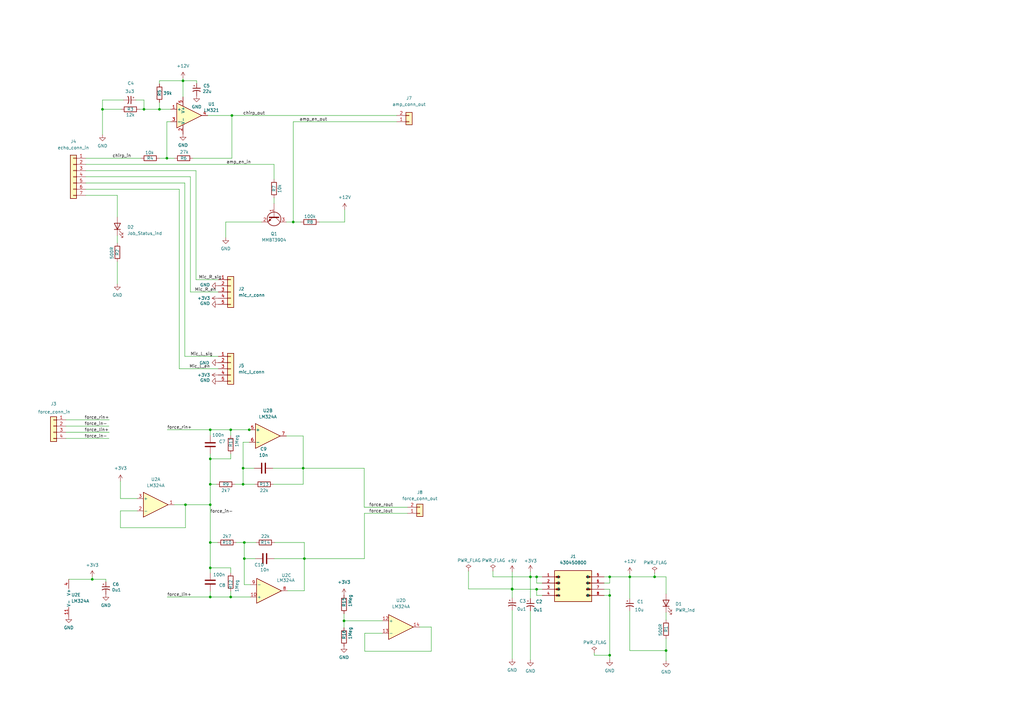
<source format=kicad_sch>
(kicad_sch (version 20211123) (generator eeschema)
  (paper "A3")
  (lib_symbols
    (symbol "430450800:430450800" (pin_names (offset 1.016))
      (property "Reference" "J" (at -7.62 8.89 0))
      (property "Value" "430450800" (at -7.62 -7.62 0))
      (symbol "430450800_0_0"
        (rectangle (start -7.62 -5.08) (end 7.62 7.62) (stroke (width 0.254)) (fill (type background)))
        (rectangle (start -6.985 -2.8575) (end -5.3975 -2.2225) (stroke (width 0.1)) (fill (type outline)))
        (rectangle (start -6.985 -0.3175) (end -5.3975 0.3175) (stroke (width 0.1)) (fill (type outline)))
        (rectangle (start -6.985 2.2225) (end -5.3975 2.8575) (stroke (width 0.1)) (fill (type outline)))
        (rectangle (start -6.985 4.7625) (end -5.3975 5.3975) (stroke (width 0.1)) (fill (type outline)))
        (polyline (pts (xy -7.62 -2.54) (xy -5.715 -2.54)) (stroke (width 0.254)))
        (polyline (pts (xy -7.62 0) (xy -5.715 0)) (stroke (width 0.254)))
        (polyline (pts (xy -7.62 2.54) (xy -5.715 2.54)) (stroke (width 0.254)))
        (polyline (pts (xy -7.62 5.08) (xy -5.715 5.08)) (stroke (width 0.254)))
        (polyline (pts (xy 7.62 -2.54) (xy 5.715 -2.54)) (stroke (width 0.254)))
        (polyline (pts (xy 7.62 0) (xy 5.715 0)) (stroke (width 0.254)))
        (polyline (pts (xy 7.62 2.54) (xy 5.715 2.54)) (stroke (width 0.254)))
        (polyline (pts (xy 7.62 5.08) (xy 5.715 5.08)) (stroke (width 0.254)))
        (rectangle (start 5.3975 -2.8575) (end 6.985 -2.2225) (stroke (width 0.1)) (fill (type outline)))
        (rectangle (start 5.3975 -0.3175) (end 6.985 0.3175) (stroke (width 0.1)) (fill (type outline)))
        (rectangle (start 5.3975 2.2225) (end 6.985 2.8575) (stroke (width 0.1)) (fill (type outline)))
        (rectangle (start 5.3975 4.7625) (end 6.985 5.3975) (stroke (width 0.1)) (fill (type outline)))
        (pin passive line (at -12.7 5.08 0) (length 5.08) (name "1") (number "1"))
        (pin passive line (at -12.7 2.54 0) (length 5.08) (name "2") (number "2"))
        (pin passive line (at -12.7 0 0) (length 5.08) (name "3") (number "3"))
        (pin passive line (at -12.7 -2.54 0) (length 5.08) (name "4") (number "4"))
        (pin passive line (at 12.7 5.08 180) (length 5.08) (name "5") (number "5"))
        (pin passive line (at 12.7 2.54 180) (length 5.08) (name "6") (number "6"))
        (pin passive line (at 12.7 0 180) (length 5.08) (name "7") (number "7"))
        (pin passive line (at 12.7 -2.54 180) (length 5.08) (name "8") (number "8"))
      )
    )
    (symbol "Amplifier_Operational:LM321" (pin_names (offset 0.127))
      (property "Reference" "U" (at 0 7.62 0))
      (property "Value" "LM321" (at 0 5.08 0))
      (symbol "LM321_0_1"
        (polyline (pts (xy -5.08 5.08) (xy 5.08 0) (xy -5.08 -5.08) (xy -5.08 5.08)) (stroke (width 0.254)) (fill (type background)))
      )
      (symbol "LM321_1_1"
        (pin input line (at -7.62 2.54 0) (length 2.54) (name "+") (number "1"))
        (pin power_in line (at -2.54 -7.62 90) (length 3.81) (name "V-") (number "2"))
        (pin input line (at -7.62 -2.54 0) (length 2.54) (name "-") (number "3"))
        (pin output line (at 7.62 0 180) (length 2.54) (name "~") (number "4"))
        (pin power_in line (at -2.54 7.62 270) (length 3.81) (name "V+") (number "5"))
      )
    )
    (symbol "Amplifier_Operational:LM324A" (pin_names (offset 0.127))
      (property "Reference" "U" (at 0 5.08 0))
      (property "Value" "LM324A" (at 0 -5.08 0))
      (symbol "LM324A_1_1"
        (polyline (pts (xy -5.08 5.08) (xy 5.08 0) (xy -5.08 -5.08) (xy -5.08 5.08)) (stroke (width 0.254)) (fill (type background)))
        (pin output line (at 7.62 0 180) (length 2.54) (name "~") (number "1"))
        (pin input line (at -7.62 -2.54 0) (length 2.54) (name "-") (number "2"))
        (pin input line (at -7.62 2.54 0) (length 2.54) (name "+") (number "3"))
      )
      (symbol "LM324A_2_1"
        (polyline (pts (xy -5.08 5.08) (xy 5.08 0) (xy -5.08 -5.08) (xy -5.08 5.08)) (stroke (width 0.254)) (fill (type background)))
        (pin input line (at -7.62 2.54 0) (length 2.54) (name "+") (number "5"))
        (pin input line (at -7.62 -2.54 0) (length 2.54) (name "-") (number "6"))
        (pin output line (at 7.62 0 180) (length 2.54) (name "~") (number "7"))
      )
      (symbol "LM324A_3_1"
        (polyline (pts (xy -5.08 5.08) (xy 5.08 0) (xy -5.08 -5.08) (xy -5.08 5.08)) (stroke (width 0.254)) (fill (type background)))
        (pin input line (at -7.62 2.54 0) (length 2.54) (name "+") (number "10"))
        (pin output line (at 7.62 0 180) (length 2.54) (name "~") (number "8"))
        (pin input line (at -7.62 -2.54 0) (length 2.54) (name "-") (number "9"))
      )
      (symbol "LM324A_4_1"
        (polyline (pts (xy -5.08 5.08) (xy 5.08 0) (xy -5.08 -5.08) (xy -5.08 5.08)) (stroke (width 0.254)) (fill (type background)))
        (pin input line (at -7.62 2.54 0) (length 2.54) (name "+") (number "12"))
        (pin input line (at -7.62 -2.54 0) (length 2.54) (name "-") (number "13"))
        (pin output line (at 7.62 0 180) (length 2.54) (name "~") (number "14"))
      )
      (symbol "LM324A_5_1"
        (pin power_in line (at -2.54 -7.62 90) (length 3.81) (name "V-") (number "11"))
        (pin power_in line (at -2.54 7.62 270) (length 3.81) (name "V+") (number "4"))
      )
    )
    (symbol "Connector_Generic:Conn_01x02" (pin_names (offset 1.016) hide)
      (property "Reference" "J" (at 0 2.54 0))
      (property "Value" "Conn_01x02" (at 0 -5.08 0))
      (symbol "Conn_01x02_1_1"
        (rectangle (start -1.27 -2.413) (end 0 -2.667) (stroke (width 0.1524)))
        (rectangle (start -1.27 0.127) (end 0 -0.127) (stroke (width 0.1524)))
        (rectangle (start -1.27 1.27) (end 1.27 -3.81) (stroke (width 0.254)) (fill (type background)))
        (pin passive line (at -5.08 0 0) (length 3.81) (name "Pin_1") (number "1"))
        (pin passive line (at -5.08 -2.54 0) (length 3.81) (name "Pin_2") (number "2"))
      )
    )
    (symbol "Connector_Generic:Conn_01x04" (pin_names (offset 1.016) hide)
      (property "Reference" "J" (at 0 5.08 0))
      (property "Value" "Conn_01x04" (at 0 -7.62 0))
      (symbol "Conn_01x04_1_1"
        (rectangle (start -1.27 -4.953) (end 0 -5.207) (stroke (width 0.1524)))
        (rectangle (start -1.27 -2.413) (end 0 -2.667) (stroke (width 0.1524)))
        (rectangle (start -1.27 0.127) (end 0 -0.127) (stroke (width 0.1524)))
        (rectangle (start -1.27 2.667) (end 0 2.413) (stroke (width 0.1524)))
        (rectangle (start -1.27 3.81) (end 1.27 -6.35) (stroke (width 0.254)) (fill (type background)))
        (pin passive line (at -5.08 2.54 0) (length 3.81) (name "Pin_1") (number "1"))
        (pin passive line (at -5.08 0 0) (length 3.81) (name "Pin_2") (number "2"))
        (pin passive line (at -5.08 -2.54 0) (length 3.81) (name "Pin_3") (number "3"))
        (pin passive line (at -5.08 -5.08 0) (length 3.81) (name "Pin_4") (number "4"))
      )
    )
    (symbol "Connector_Generic:Conn_01x05" (pin_names (offset 1.016) hide)
      (property "Reference" "J" (at 0 7.62 0))
      (property "Value" "Conn_01x05" (at 0 -7.62 0))
      (symbol "Conn_01x05_1_1"
        (rectangle (start -1.27 -4.953) (end 0 -5.207) (stroke (width 0.1524)))
        (rectangle (start -1.27 -2.413) (end 0 -2.667) (stroke (width 0.1524)))
        (rectangle (start -1.27 0.127) (end 0 -0.127) (stroke (width 0.1524)))
        (rectangle (start -1.27 2.667) (end 0 2.413) (stroke (width 0.1524)))
        (rectangle (start -1.27 5.207) (end 0 4.953) (stroke (width 0.1524)))
        (rectangle (start -1.27 6.35) (end 1.27 -6.35) (stroke (width 0.254)) (fill (type background)))
        (pin passive line (at -5.08 5.08 0) (length 3.81) (name "Pin_1") (number "1"))
        (pin passive line (at -5.08 2.54 0) (length 3.81) (name "Pin_2") (number "2"))
        (pin passive line (at -5.08 0 0) (length 3.81) (name "Pin_3") (number "3"))
        (pin passive line (at -5.08 -2.54 0) (length 3.81) (name "Pin_4") (number "4"))
        (pin passive line (at -5.08 -5.08 0) (length 3.81) (name "Pin_5") (number "5"))
      )
    )
    (symbol "Connector_Generic:Conn_01x07" (pin_names (offset 1.016) hide)
      (property "Reference" "J" (at 0 10.16 0))
      (property "Value" "Conn_01x07" (at 0 -10.16 0))
      (symbol "Conn_01x07_1_1"
        (rectangle (start -1.27 -7.493) (end 0 -7.747) (stroke (width 0.1524)))
        (rectangle (start -1.27 -4.953) (end 0 -5.207) (stroke (width 0.1524)))
        (rectangle (start -1.27 -2.413) (end 0 -2.667) (stroke (width 0.1524)))
        (rectangle (start -1.27 0.127) (end 0 -0.127) (stroke (width 0.1524)))
        (rectangle (start -1.27 2.667) (end 0 2.413) (stroke (width 0.1524)))
        (rectangle (start -1.27 5.207) (end 0 4.953) (stroke (width 0.1524)))
        (rectangle (start -1.27 7.747) (end 0 7.493) (stroke (width 0.1524)))
        (rectangle (start -1.27 8.89) (end 1.27 -8.89) (stroke (width 0.254)) (fill (type background)))
        (pin passive line (at -5.08 7.62 0) (length 3.81) (name "Pin_1") (number "1"))
        (pin passive line (at -5.08 5.08 0) (length 3.81) (name "Pin_2") (number "2"))
        (pin passive line (at -5.08 2.54 0) (length 3.81) (name "Pin_3") (number "3"))
        (pin passive line (at -5.08 0 0) (length 3.81) (name "Pin_4") (number "4"))
        (pin passive line (at -5.08 -2.54 0) (length 3.81) (name "Pin_5") (number "5"))
        (pin passive line (at -5.08 -5.08 0) (length 3.81) (name "Pin_6") (number "6"))
        (pin passive line (at -5.08 -7.62 0) (length 3.81) (name "Pin_7") (number "7"))
      )
    )
    (symbol "Device:C" (pin_numbers hide) (pin_names (offset 0.254))
      (property "Reference" "C" (at 0.635 2.54 0))
      (property "Value" "C" (at 0.635 -2.54 0))
      (symbol "C_0_1"
        (polyline (pts (xy -2.032 -0.762) (xy 2.032 -0.762)) (stroke (width 0.508)))
        (polyline (pts (xy -2.032 0.762) (xy 2.032 0.762)) (stroke (width 0.508)))
      )
      (symbol "C_1_1"
        (pin passive line (at 0 3.81 270) (length 2.794) (name "~") (number "1"))
        (pin passive line (at 0 -3.81 90) (length 2.794) (name "~") (number "2"))
      )
    )
    (symbol "Device:C_Polarized_Small_US" (pin_numbers hide) (pin_names (offset 0.254) hide)
      (property "Reference" "C" (at 0.254 1.778 0))
      (property "Value" "C_Polarized_Small_US" (at 0.254 -2.032 0))
      (symbol "C_Polarized_Small_US_0_1"
        (polyline (pts (xy -1.524 0.508) (xy 1.524 0.508)) (stroke (width 0.3048)))
        (polyline (pts (xy -1.27 1.524) (xy -0.762 1.524)))
        (polyline (pts (xy -1.016 1.27) (xy -1.016 1.778)))
        (arc (start 1.524 -0.762) (mid 0 -0.3734) (end -1.524 -0.762) (stroke (width 0.3048)))
      )
      (symbol "C_Polarized_Small_US_1_1"
        (pin passive line (at 0 2.54 270) (length 2.032) (name "~") (number "1"))
        (pin passive line (at 0 -2.54 90) (length 2.032) (name "~") (number "2"))
      )
    )
    (symbol "Device:LED" (pin_numbers hide) (pin_names (offset 1.016) hide)
      (property "Reference" "D" (at 0 2.54 0))
      (property "Value" "LED" (at 0 -2.54 0))
      (symbol "LED_0_1"
        (polyline (pts (xy -1.27 -1.27) (xy -1.27 1.27)) (stroke (width 0.254)))
        (polyline (pts (xy -1.27 0) (xy 1.27 0)))
        (polyline (pts (xy 1.27 -1.27) (xy 1.27 1.27) (xy -1.27 0) (xy 1.27 -1.27)) (stroke (width 0.254)))
        (polyline (pts (xy -3.048 -0.762) (xy -4.572 -2.286) (xy -3.81 -2.286) (xy -4.572 -2.286) (xy -4.572 -1.524)))
        (polyline (pts (xy -1.778 -0.762) (xy -3.302 -2.286) (xy -2.54 -2.286) (xy -3.302 -2.286) (xy -3.302 -1.524)))
      )
      (symbol "LED_1_1"
        (pin passive line (at -3.81 0 0) (length 2.54) (name "K") (number "1"))
        (pin passive line (at 3.81 0 180) (length 2.54) (name "A") (number "2"))
      )
    )
    (symbol "Device:R" (pin_numbers hide) (pin_names (offset 0))
      (property "Reference" "R" (at 2.032 0 90))
      (property "Value" "R" (at 0 0 90))
      (symbol "R_0_1"
        (rectangle (start -1.016 -2.54) (end 1.016 2.54) (stroke (width 0.254)))
      )
      (symbol "R_1_1"
        (pin passive line (at 0 3.81 270) (length 1.27) (name "~") (number "1"))
        (pin passive line (at 0 -3.81 90) (length 1.27) (name "~") (number "2"))
      )
    )
    (symbol "Transistor_BJT:MMBT3904" (pin_names (offset 0) hide)
      (property "Reference" "Q" (at 5.08 1.905 0))
      (property "Value" "MMBT3904" (at 5.08 0 0))
      (symbol "MMBT3904_0_1"
        (polyline (pts (xy 0.635 0.635) (xy 2.54 2.54)))
        (polyline (pts (xy 0.635 -0.635) (xy 2.54 -2.54) (xy 2.54 -2.54)))
        (polyline (pts (xy 0.635 1.905) (xy 0.635 -1.905) (xy 0.635 -1.905)) (stroke (width 0.508)))
        (polyline (pts (xy 1.27 -1.778) (xy 1.778 -1.27) (xy 2.286 -2.286) (xy 1.27 -1.778) (xy 1.27 -1.778)) (fill (type outline)))
        (circle (center 1.27 0) (radius 2.8194) (stroke (width 0.254)))
      )
      (symbol "MMBT3904_1_1"
        (pin input line (at -5.08 0 0) (length 5.715) (name "B") (number "1"))
        (pin passive line (at 2.54 -5.08 90) (length 2.54) (name "E") (number "2"))
        (pin passive line (at 2.54 5.08 270) (length 2.54) (name "C") (number "3"))
      )
    )
    (symbol "power:+12V" (power) (pin_names (offset 0))
      (property "Value" "+12V" (at 0 3.556 0))
      (symbol "+12V_0_1"
        (polyline (pts (xy -0.762 1.27) (xy 0 2.54)))
        (polyline (pts (xy 0 0) (xy 0 2.54)))
        (polyline (pts (xy 0 2.54) (xy 0.762 1.27)))
      )
      (symbol "+12V_1_1"
        (pin power_in line (at 0 0 90) (length 0) hide (name "+12V") (number "1"))
      )
    )
    (symbol "power:+3V3" (power) (pin_names (offset 0))
      (property "Value" "+3V3" (at 0 3.556 0))
      (symbol "+3V3_0_1"
        (polyline (pts (xy -0.762 1.27) (xy 0 2.54)))
        (polyline (pts (xy 0 0) (xy 0 2.54)))
        (polyline (pts (xy 0 2.54) (xy 0.762 1.27)))
      )
      (symbol "+3V3_1_1"
        (pin power_in line (at 0 0 90) (length 0) hide (name "+3V3") (number "1"))
      )
    )
    (symbol "power:+5V" (power) (pin_names (offset 0))
      (property "Value" "+5V" (at 0 3.556 0))
      (symbol "+5V_0_1"
        (polyline (pts (xy -0.762 1.27) (xy 0 2.54)))
        (polyline (pts (xy 0 0) (xy 0 2.54)))
        (polyline (pts (xy 0 2.54) (xy 0.762 1.27)))
      )
      (symbol "+5V_1_1"
        (pin power_in line (at 0 0 90) (length 0) hide (name "+5V") (number "1"))
      )
    )
    (symbol "power:GND" (power) (pin_names (offset 0))
      (property "Value" "GND" (at 0 -3.81 0))
      (symbol "GND_0_1"
        (polyline (pts (xy 0 0) (xy 0 -1.27) (xy 1.27 -1.27) (xy 0 -2.54) (xy -1.27 -1.27) (xy 0 -1.27)))
      )
      (symbol "GND_1_1"
        (pin power_in line (at 0 0 270) (length 0) hide (name "GND") (number "1"))
      )
    )
    (symbol "power:PWR_FLAG" (power) (pin_numbers hide) (pin_names (offset 0) hide)
      (property "Value" "PWR_FLAG" (at 0 3.81 0))
      (symbol "PWR_FLAG_0_0"
        (pin power_out line (at 0 0 90) (length 0) (name "pwr") (number "1"))
      )
      (symbol "PWR_FLAG_0_1"
        (polyline (pts (xy 0 0) (xy 0 1.27) (xy -1.016 1.905) (xy 0 2.54) (xy 1.016 1.905) (xy 0 1.27)))
      )
    )
  )
  (junction (at 220.091 236.601))
  (junction (at 250.063 268.732))
  (junction (at 76.073 207.01))
  (junction (at 86.233 188.214))
  (junction (at 86.233 232.918))
  (junction (at 42.037 44.831))
  (junction (at 65.405 44.831))
  (junction (at 100.203 229.108))
  (junction (at 86.233 207.01))
  (junction (at 59.055 44.831))
  (junction (at 220.091 241.681))
  (junction (at 210.058 241.554))
  (junction (at 124.841 229.108))
  (junction (at 120.269 91.059))
  (junction (at 102.235 176.276))
  (junction (at 273.177 266.827))
  (junction (at 100.203 222.504))
  (junction (at 86.233 198.628))
  (junction (at 210.058 241.681))
  (junction (at 94.615 176.276))
  (junction (at 99.695 192.024))
  (junction (at 124.333 192.024))
  (junction (at 75.057 33.147))
  (junction (at 250.063 236.601))
  (junction (at 86.233 222.504))
  (junction (at 37.846 237.617))
  (junction (at 95.123 47.371))
  (junction (at 68.453 64.897))
  (junction (at 141.097 254.635))
  (junction (at 94.615 244.856))
  (junction (at 86.233 176.276))
  (junction (at 250.063 244.221))
  (junction (at 258.318 236.601))
  (junction (at 217.551 236.601))
  (junction (at 86.233 244.856))
  (junction (at 268.478 236.601))
  (junction (at 99.695 198.628))
  (bus_entry (at 165.481 -18.669) (size 2.54 2.54))
  (wire (pts (xy 95.123 64.897) (xy 79.121 64.897)))
  (wire (pts (xy 124.333 178.816) (xy 124.333 192.024)))
  (wire (pts (xy 250.063 236.601) (xy 247.777 236.601)))
  (wire (pts (xy 86.233 222.504) (xy 89.281 222.504)))
  (wire (pts (xy 35.179 72.517) (xy 78.105 72.517)))
  (wire (pts (xy 222.377 241.681) (xy 220.091 241.681)))
  (wire (pts (xy 68.453 49.911) (xy 68.453 64.897)))
  (wire (pts (xy 217.551 236.601) (xy 217.551 245.491)))
  (wire (pts (xy 100.203 229.108) (xy 104.775 229.108)))
  (wire (pts (xy 210.058 250.317) (xy 210.058 270.256)))
  (wire (pts (xy 65.405 64.897) (xy 68.453 64.897)))
  (wire (pts (xy 37.846 236.601) (xy 37.846 237.617)))
  (wire (pts (xy 112.395 67.437) (xy 112.395 73.533)))
  (wire (pts (xy 86.233 207.01) (xy 86.233 198.628)))
  (wire (pts (xy 78.105 72.517) (xy 78.105 119.761)))
  (wire (pts (xy 130.937 91.059) (xy 141.351 91.059)))
  (wire (pts (xy 94.615 176.276) (xy 86.233 176.276)))
  (wire (pts (xy 35.179 75.057) (xy 75.819 75.057)))
  (wire (pts (xy 273.177 236.601) (xy 273.177 243.586)))
  (wire (pts (xy 210.058 241.554) (xy 210.058 241.681)))
  (wire (pts (xy 85.217 47.371) (xy 95.123 47.371)))
  (wire (pts (xy 94.615 244.856) (xy 102.743 244.856)))
  (wire (pts (xy 149.352 192.024) (xy 149.352 208.026)))
  (wire (pts (xy 250.063 239.141) (xy 250.063 236.601)))
  (wire (pts (xy 49.403 204.47) (xy 56.261 204.47)))
  (wire (pts (xy 247.777 244.221) (xy 250.063 244.221)))
  (wire (pts (xy 258.318 235.331) (xy 258.318 236.601)))
  (wire (pts (xy 258.318 236.601) (xy 258.318 245.491)))
  (wire (pts (xy 76.073 216.408) (xy 76.073 207.01)))
  (wire (pts (xy 57.277 44.831) (xy 59.055 44.831)))
  (wire (pts (xy 27.051 174.752) (xy 44.704 174.752)))
  (wire (pts (xy 220.091 236.601) (xy 220.091 239.141)))
  (wire (pts (xy 268.478 235.077) (xy 268.478 236.601)))
  (wire (pts (xy 124.841 222.504) (xy 112.649 222.504)))
  (wire (pts (xy 100.203 222.504) (xy 105.029 222.504)))
  (wire (pts (xy 258.318 250.571) (xy 258.318 266.827)))
  (wire (pts (xy 124.841 229.108) (xy 149.479 229.108)))
  (wire (pts (xy 86.233 188.214) (xy 94.615 188.214)))
  (wire (pts (xy 243.713 267.843) (xy 243.713 268.732)))
  (wire (pts (xy 176.911 257.175) (xy 172.085 257.175)))
  (wire (pts (xy 273.177 261.874) (xy 273.177 266.827)))
  (wire (pts (xy 120.269 49.911) (xy 120.269 91.059)))
  (wire (pts (xy 220.091 241.681) (xy 220.091 244.221)))
  (wire (pts (xy 59.055 44.831) (xy 65.405 44.831)))
  (wire (pts (xy 243.713 268.732) (xy 250.063 268.732)))
  (wire (pts (xy 94.615 244.856) (xy 94.615 242.57)))
  (wire (pts (xy 69.977 49.911) (xy 68.453 49.911)))
  (wire (pts (xy 35.179 64.897) (xy 57.785 64.897)))
  (wire (pts (xy 94.615 176.276) (xy 94.615 178.562)))
  (wire (pts (xy 149.606 267.081) (xy 176.911 267.081)))
  (wire (pts (xy 124.333 198.628) (xy 112.141 198.628)))
  (wire (pts (xy 49.657 44.831) (xy 42.037 44.831)))
  (wire (pts (xy 111.887 192.024) (xy 124.333 192.024)))
  (wire (pts (xy 96.393 198.628) (xy 99.695 198.628)))
  (wire (pts (xy 273.177 266.827) (xy 273.177 271.018)))
  (wire (pts (xy 250.063 241.681) (xy 247.777 241.681)))
  (wire (pts (xy 48.133 107.315) (xy 48.133 116.459)))
  (wire (pts (xy 78.105 119.761) (xy 89.535 119.761)))
  (wire (pts (xy 94.615 244.856) (xy 86.233 244.856)))
  (wire (pts (xy 75.057 33.147) (xy 80.645 33.147)))
  (wire (pts (xy 222.377 236.601) (xy 220.091 236.601)))
  (wire (pts (xy 149.479 210.566) (xy 167.132 210.566)))
  (wire (pts (xy 49.403 216.408) (xy 76.073 216.408)))
  (wire (pts (xy 99.695 181.356) (xy 99.695 192.024)))
  (wire (pts (xy 149.479 210.566) (xy 149.479 229.108)))
  (wire (pts (xy 268.478 236.601) (xy 258.318 236.601)))
  (wire (pts (xy 80.645 33.147) (xy 80.645 34.163)))
  (wire (pts (xy 48.133 80.137) (xy 48.133 89.027)))
  (wire (pts (xy 120.269 91.059) (xy 123.317 91.059)))
  (wire (pts (xy 258.318 266.827) (xy 273.177 266.827)))
  (wire (pts (xy 112.395 81.153) (xy 112.395 83.439)))
  (wire (pts (xy 250.063 244.221) (xy 250.063 241.681)))
  (wire (pts (xy 107.315 91.059) (xy 92.583 91.059)))
  (wire (pts (xy 42.037 44.831) (xy 42.037 55.245)))
  (wire (pts (xy 192.151 241.554) (xy 192.151 234.188)))
  (wire (pts (xy 55.753 41.021) (xy 59.055 41.021)))
  (wire (pts (xy 210.058 241.681) (xy 220.091 241.681)))
  (wire (pts (xy 80.391 69.977) (xy 80.391 114.681)))
  (wire (pts (xy 176.911 267.081) (xy 176.911 257.175)))
  (wire (pts (xy 149.352 192.024) (xy 124.333 192.024)))
  (wire (pts (xy 117.475 91.059) (xy 120.269 91.059)))
  (wire (pts (xy 48.133 80.137) (xy 35.179 80.137)))
  (wire (pts (xy 117.475 178.816) (xy 124.333 178.816)))
  (wire (pts (xy 99.695 192.024) (xy 104.267 192.024)))
  (wire (pts (xy 56.261 209.55) (xy 49.403 209.55)))
  (wire (pts (xy 149.606 259.715) (xy 149.606 267.081)))
  (wire (pts (xy 42.037 41.021) (xy 50.673 41.021)))
  (wire (pts (xy 100.203 229.108) (xy 100.203 222.504)))
  (wire (pts (xy 99.695 198.628) (xy 104.521 198.628)))
  (wire (pts (xy 86.233 207.01) (xy 86.233 222.504)))
  (wire (pts (xy 49.403 209.55) (xy 49.403 216.408)))
  (wire (pts (xy 94.615 232.918) (xy 94.615 234.95)))
  (wire (pts (xy 94.615 176.276) (xy 102.235 176.276)))
  (wire (pts (xy 273.177 236.601) (xy 268.478 236.601)))
  (wire (pts (xy 37.846 237.617) (xy 43.434 237.617)))
  (wire (pts (xy 28.194 237.617) (xy 37.846 237.617)))
  (wire (pts (xy 42.037 44.831) (xy 42.037 41.021)))
  (wire (pts (xy 102.235 176.276) (xy 102.362 176.276)))
  (wire (pts (xy 141.097 254.635) (xy 141.097 257.429)))
  (wire (pts (xy 65.405 33.147) (xy 75.057 33.147)))
  (wire (pts (xy 68.58 176.276) (xy 86.233 176.276)))
  (wire (pts (xy 217.551 236.601) (xy 220.091 236.601)))
  (wire (pts (xy 100.203 239.776) (xy 100.203 229.108)))
  (wire (pts (xy 124.333 192.024) (xy 124.333 198.628)))
  (wire (pts (xy 75.057 32.131) (xy 75.057 33.147)))
  (wire (pts (xy 112.395 229.108) (xy 124.841 229.108)))
  (wire (pts (xy 86.233 244.856) (xy 86.233 242.57)))
  (wire (pts (xy 27.051 179.832) (xy 44.704 179.832)))
  (wire (pts (xy 94.615 188.214) (xy 94.615 186.182)))
  (wire (pts (xy 156.845 254.635) (xy 141.097 254.635)))
  (wire (pts (xy 156.845 259.715) (xy 149.606 259.715)))
  (wire (pts (xy 141.351 91.059) (xy 141.351 85.979)))
  (wire (pts (xy 99.695 192.024) (xy 99.695 198.628)))
  (wire (pts (xy 86.233 222.504) (xy 86.233 232.918)))
  (wire (pts (xy 80.391 114.681) (xy 89.535 114.681)))
  (wire (pts (xy 167.132 208.026) (xy 149.352 208.026)))
  (wire (pts (xy 210.058 241.681) (xy 210.058 245.237)))
  (wire (pts (xy 75.057 33.147) (xy 75.057 39.751)))
  (wire (pts (xy 124.841 222.504) (xy 124.841 229.108)))
  (wire (pts (xy 35.179 69.977) (xy 80.391 69.977)))
  (wire (pts (xy 250.063 244.221) (xy 250.063 268.732)))
  (wire (pts (xy 49.403 197.358) (xy 49.403 204.47)))
  (wire (pts (xy 95.123 47.371) (xy 95.123 64.897)))
  (wire (pts (xy 68.58 244.856) (xy 86.233 244.856)))
  (wire (pts (xy 117.983 242.316) (xy 124.841 242.316)))
  (wire (pts (xy 210.058 234.569) (xy 210.058 241.554)))
  (wire (pts (xy 73.533 151.257) (xy 89.535 151.257)))
  (wire (pts (xy 86.233 176.276) (xy 86.233 178.562)))
  (wire (pts (xy 75.819 75.057) (xy 75.819 146.177)))
  (wire (pts (xy 124.841 229.108) (xy 124.841 242.316)))
  (wire (pts (xy 43.434 237.617) (xy 43.434 238.633)))
  (wire (pts (xy 202.184 236.601) (xy 202.184 234.188)))
  (wire (pts (xy 35.179 77.597) (xy 73.533 77.597)))
  (wire (pts (xy 96.901 222.504) (xy 100.203 222.504)))
  (wire (pts (xy 44.831 177.292) (xy 27.051 177.292)))
  (wire (pts (xy 48.133 96.647) (xy 48.133 99.695)))
  (wire (pts (xy 273.177 251.206) (xy 273.177 254.254)))
  (wire (pts (xy 75.819 146.177) (xy 89.535 146.177)))
  (wire (pts (xy 102.235 181.356) (xy 99.695 181.356)))
  (wire (pts (xy 35.179 67.437) (xy 112.395 67.437)))
  (wire (pts (xy 65.405 42.037) (xy 65.405 44.831)))
  (wire (pts (xy 95.123 47.371) (xy 162.687 47.371)))
  (wire (pts (xy 220.091 244.221) (xy 222.377 244.221)))
  (wire (pts (xy 92.583 91.059) (xy 92.583 97.409)))
  (wire (pts (xy 250.063 268.732) (xy 250.063 270.51)))
  (wire (pts (xy 44.831 172.212) (xy 27.051 172.212)))
  (wire (pts (xy 247.777 239.141) (xy 250.063 239.141)))
  (wire (pts (xy 59.055 41.021) (xy 59.055 44.831)))
  (wire (pts (xy 162.687 49.911) (xy 120.269 49.911)))
  (wire (pts (xy 65.405 44.831) (xy 69.977 44.831)))
  (wire (pts (xy 220.091 239.141) (xy 222.377 239.141)))
  (wire (pts (xy 217.551 236.601) (xy 202.184 236.601)))
  (wire (pts (xy 217.551 250.571) (xy 217.551 270.637)))
  (wire (pts (xy 141.097 251.714) (xy 141.097 254.635)))
  (wire (pts (xy 210.058 241.554) (xy 192.151 241.554)))
  (wire (pts (xy 86.233 198.628) (xy 88.773 198.628)))
  (wire (pts (xy 86.233 234.95) (xy 86.233 232.918)))
  (wire (pts (xy 68.453 64.897) (xy 71.501 64.897)))
  (wire (pts (xy 102.743 239.776) (xy 100.203 239.776)))
  (wire (pts (xy 76.073 207.01) (xy 71.501 207.01)))
  (wire (pts (xy 65.405 34.417) (xy 65.405 33.147)))
  (wire (pts (xy 258.318 236.601) (xy 250.063 236.601)))
  (wire (pts (xy 217.551 234.442) (xy 217.551 236.601)))
  (wire (pts (xy 86.233 232.918) (xy 94.615 232.918)))
  (wire (pts (xy 86.233 198.628) (xy 86.233 188.214)))
  (wire (pts (xy 86.233 186.182) (xy 86.233 188.214)))
  (wire (pts (xy 76.073 207.01) (xy 86.233 207.01)))
  (wire (pts (xy 73.533 77.597) (xy 73.533 151.257)))
  (label "Mic_L_sig" (at 78.105 146.177 0))
  (label "Mic_L_en" (at 77.597 151.257 0))
  (label "force_rin+" (at 68.58 176.276 0))
  (label "force_in-" (at 34.671 174.752 0))
  (label "Mic_R_en" (at 79.883 119.761 0))
  (label "force_lin+" (at 34.671 177.292 0))
  (label "force_rout" (at 151.384 208.026 0))
  (label "chirp_out" (at 99.695 47.371 0))
  (label "Mic_R_sig" (at 81.534 114.681 0))
  (label "force_lout" (at 151.384 210.566 0))
  (label "amp_en_out" (at 122.809 49.911 0))
  (label "force_in-" (at 86.233 210.693 0))
  (label "force_rin+" (at 34.671 172.212 0))
  (label "force_lin+" (at 68.58 244.856 0))
  (label "force_in-" (at 34.671 179.832 0))
  (label "amp_en_in" (at 92.837 67.437 0))
  (label "chirp_in" (at 46.101 64.897 0))
  (symbol (lib_id "Connector_Generic:Conn_01x07") (at 30.099 72.517 0) (mirror y) (unit 1)
    (property "Reference" "J4" (at 30.099 58.039 0))
    (property "Value" "echo_conn_in" (at 30.099 60.579 0))
    (property "Footprint" "Connector_JST:JST_XH_B7B-XH-A_1x07_P2.50mm_Vertical" (effects hide))
  )
  (symbol (lib_id "Device:R") (at 92.583 198.628 90) (unit 1)
    (property "Reference" "R9" (at 92.583 198.628 90))
    (property "Value" "2k7" (at 92.583 201.168 90))
    (property "Footprint" "Resistor_SMD:R_0603_1608Metric_Pad0.98x0.95mm_HandSolder" (effects hide))
  )
  (symbol (lib_id "power:+12V") (at 141.351 85.979 0) (unit 1)
    (property "Reference" "#PWR0102" (effects hide))
    (property "Value" "+12V" (at 141.351 80.899 0))
  )
  (symbol (lib_id "power:PWR_FLAG") (at 243.713 267.843 0) (unit 1)
    (property "Reference" "#FLG0103" (effects hide))
    (property "Value" "PWR_FLAG" (at 243.967 263.525 0))
  )
  (symbol (lib_id "power:PWR_FLAG") (at 268.478 235.077 0) (unit 1)
    (property "Reference" "#FLG0104" (effects hide))
    (property "Value" "PWR_FLAG" (at 268.732 230.759 0))
  )
  (symbol (lib_id "Device:R") (at 141.097 261.239 180) (unit 1)
    (property "Reference" "R16" (at 141.097 262.255 90) (effects (justify right)))
    (property "Value" "1Meg" (at 143.637 262.255 90) (effects (justify right)))
    (property "Footprint" "Resistor_SMD:R_0603_1608Metric_Pad0.98x0.95mm_HandSolder" (effects hide))
  )
  (symbol (lib_id "power:+3V3") (at 49.403 197.358 0) (unit 1)
    (property "Reference" "#PWR019" (effects hide))
    (property "Value" "+3V3" (at 49.403 192.024 0))
  )
  (symbol (lib_id "Device:C") (at 86.233 238.76 0) (mirror x) (unit 1)
    (property "Reference" "C8" (at 89.789 240.0301 0) (effects (justify left)))
    (property "Value" "100n" (at 87.376 235.712 0) (effects (justify left)))
    (property "Footprint" "Capacitor_SMD:C_0402_1005Metric_Pad0.74x0.62mm_HandSolder" (effects hide))
  )
  (symbol (lib_id "Device:C_Polarized_Small_US") (at 43.434 241.173 0) (unit 1)
    (property "Reference" "C6" (at 47.498 239.649 0))
    (property "Value" "0u1" (at 47.752 241.935 0))
    (property "Footprint" "Capacitor_Tantalum_SMD:CP_EIA-6032-28_Kemet-C_Pad2.25x2.35mm_HandSolder" (effects hide))
  )
  (symbol (lib_id "Device:LED") (at 273.177 247.396 90) (unit 1)
    (property "Reference" "D1" (at 276.987 247.7134 90) (effects (justify right)))
    (property "Value" "PWR_ind" (at 276.987 250.2534 90) (effects (justify right)))
    (property "Footprint" "LED_SMD:LED_0603_1608Metric_Pad1.05x0.95mm_HandSolder" (effects hide))
  )
  (symbol (lib_id "power:GND") (at 92.583 97.409 0) (unit 1)
    (property "Reference" "#PWR017" (effects hide))
    (property "Value" "GND" (at 92.583 101.981 0))
  )
  (symbol (lib_id "Device:R") (at 65.405 38.227 0) (unit 1)
    (property "Reference" "R5" (at 65.405 39.497 90) (effects (justify left)))
    (property "Value" "39k" (at 66.929 38.227 0) (effects (justify left)))
    (property "Footprint" "Resistor_SMD:R_0603_1608Metric_Pad0.98x0.95mm_HandSolder" (effects hide))
  )
  (symbol (lib_id "power:GND") (at 43.434 243.713 0) (unit 1)
    (property "Reference" "#PWR018" (effects hide))
    (property "Value" "GND" (at 43.434 248.285 0))
  )
  (symbol (lib_id "Device:R") (at 94.615 238.76 0) (mirror y) (unit 1)
    (property "Reference" "R12" (at 94.615 237.744 90) (effects (justify right)))
    (property "Value" "1Meg" (at 97.155 237.744 90) (effects (justify right)))
    (property "Footprint" "Resistor_SMD:R_0603_1608Metric_Pad0.98x0.95mm_HandSolder" (effects hide))
  )
  (symbol (lib_id "Transistor_BJT:MMBT3904") (at 112.395 88.519 270) (unit 1)
    (property "Reference" "Q1" (at 112.395 95.885 90))
    (property "Value" "MMBT3904" (at 112.395 98.425 90))
    (property "Footprint" "Package_TO_SOT_SMD:SOT-23" (effects hide))
    (property "Datasheet" "https://www.onsemi.com/pub/Collateral/2N3903-D.PDF" (effects hide))
  )
  (symbol (lib_id "power:GND") (at 42.037 55.245 0) (unit 1)
    (property "Reference" "#PWR08" (effects hide))
    (property "Value" "GND" (at 42.037 59.817 0))
  )
  (symbol (lib_id "Device:LED") (at 48.133 92.837 90) (unit 1)
    (property "Reference" "D2" (at 52.197 93.1544 90) (effects (justify right)))
    (property "Value" "Job_Status_ind" (at 52.197 95.6944 90) (effects (justify right)))
    (property "Footprint" "LED_SMD:LED_0603_1608Metric_Pad1.05x0.95mm_HandSolder" (effects hide))
  )
  (symbol (lib_id "Connector_Generic:Conn_01x02") (at 172.212 210.566 0) (mirror x) (unit 1)
    (property "Reference" "J8" (at 172.212 201.93 0))
    (property "Value" "force_conn_out" (at 172.212 204.47 0))
    (property "Footprint" "Connector_JST:JST_XH_B2B-XH-A_1x02_P2.50mm_Vertical" (effects hide))
  )
  (symbol (lib_id "power:GND") (at 28.194 252.857 0) (unit 1)
    (property "Reference" "#PWR06" (effects hide))
    (property "Value" "GND" (at 28.194 257.429 0))
  )
  (symbol (lib_id "power:+12V") (at 75.057 32.131 0) (unit 1)
    (property "Reference" "#PWR0101" (effects hide))
    (property "Value" "+12V" (at 75.057 27.051 0))
  )
  (symbol (lib_id "power:+5V") (at 210.058 234.569 0) (unit 1)
    (property "Reference" "#PWR0105" (effects hide))
    (property "Value" "+5V" (at 210.058 229.997 0))
  )
  (symbol (lib_id "Device:C_Polarized_Small_US") (at 80.645 36.703 0) (unit 1)
    (property "Reference" "C5" (at 84.709 35.179 0))
    (property "Value" "22u" (at 84.963 37.465 0))
    (property "Footprint" "Capacitor_Tantalum_SMD:CP_EIA-3216-18_Kemet-A_Pad1.58x1.35mm_HandSolder" (effects hide))
  )
  (symbol (lib_id "Device:C_Polarized_Small_US") (at 217.551 248.031 0) (unit 1)
    (property "Reference" "C2" (at 221.107 246.761 0))
    (property "Value" "0u1" (at 220.6752 250.063 0))
    (property "Footprint" "Capacitor_Tantalum_SMD:CP_EIA-3216-18_Kemet-A_Pad1.58x1.35mm_HandSolder" (effects hide))
  )
  (symbol (lib_id "Device:R") (at 108.839 222.504 270) (mirror x) (unit 1)
    (property "Reference" "R14" (at 108.839 222.504 90))
    (property "Value" "22k" (at 108.839 219.964 90))
    (property "Footprint" "Resistor_SMD:R_0603_1608Metric_Pad0.98x0.95mm_HandSolder" (effects hide))
  )
  (symbol (lib_id "power:+12V") (at 258.318 235.331 0) (unit 1)
    (property "Reference" "#PWR0108" (effects hide))
    (property "Value" "+12V" (at 258.318 230.251 0))
  )
  (symbol (lib_id "Device:R") (at 141.097 247.904 180) (unit 1)
    (property "Reference" "R15" (at 141.097 248.92 90) (effects (justify right)))
    (property "Value" "1Meg" (at 143.637 248.92 90) (effects (justify right)))
    (property "Footprint" "Resistor_SMD:R_0603_1608Metric_Pad0.98x0.95mm_HandSolder" (effects hide))
  )
  (symbol (lib_id "power:+3V3") (at 217.551 234.442 0) (unit 1)
    (property "Reference" "#PWR0106" (effects hide))
    (property "Value" "+3V3" (at 217.551 229.997 0))
  )
  (symbol (lib_id "Device:R") (at 273.177 258.064 180) (unit 1)
    (property "Reference" "R1" (at 273.177 258.064 90))
    (property "Value" "500R" (at 270.891 258.318 90))
    (property "Footprint" "Resistor_SMD:R_1206_3216Metric_Pad1.30x1.75mm_HandSolder" (effects hide))
  )
  (symbol (lib_id "Amplifier_Operational:LM324A") (at 164.465 257.175 0) (unit 4)
    (property "Reference" "U2" (at 164.465 246.253 0))
    (property "Value" "LM324A" (at 164.465 248.793 0))
    (property "Footprint" "Package_SO:SOIC-14_3.9x8.7mm_P1.27mm" (effects hide))
    (property "Datasheet" "http://www.ti.com/lit/ds/symlink/lm2902-n.pdf" (effects hide))
  )
  (symbol (lib_id "Device:R") (at 94.615 182.372 180) (unit 1)
    (property "Reference" "R11" (at 94.615 183.388 90) (effects (justify right)))
    (property "Value" "1Meg" (at 97.155 183.388 90) (effects (justify right)))
    (property "Footprint" "Resistor_SMD:R_0603_1608Metric_Pad0.98x0.95mm_HandSolder" (effects hide))
  )
  (symbol (lib_id "Amplifier_Operational:LM324A") (at 63.881 207.01 0) (unit 1)
    (property "Reference" "U2" (at 63.881 196.596 0))
    (property "Value" "LM324A" (at 63.881 199.136 0))
    (property "Footprint" "Package_SO:SOIC-14_3.9x8.7mm_P1.27mm" (effects hide))
    (property "Datasheet" "http://www.ti.com/lit/ds/symlink/lm2902-n.pdf" (effects hide))
  )
  (symbol (lib_id "Device:C") (at 86.233 182.372 0) (unit 1)
    (property "Reference" "C7" (at 89.789 181.1019 0) (effects (justify left)))
    (property "Value" "100n" (at 86.995 178.435 0) (effects (justify left)))
    (property "Footprint" "Capacitor_SMD:C_0402_1005Metric_Pad0.74x0.62mm_HandSolder" (effects hide))
  )
  (symbol (lib_id "Device:C_Polarized_Small_US") (at 210.058 247.777 0) (unit 1)
    (property "Reference" "C3" (at 214.376 246.507 0))
    (property "Value" "0u1" (at 213.9442 249.809 0))
    (property "Footprint" "Capacitor_Tantalum_SMD:CP_EIA-3216-18_Kemet-A_Pad1.58x1.35mm_HandSolder" (effects hide))
  )
  (symbol (lib_id "power:GND") (at 89.535 156.337 270) (mirror x) (unit 1)
    (property "Reference" "#PWR013" (effects hide))
    (property "Value" "GND" (at 82.042 155.956 90) (effects (justify left)))
  )
  (symbol (lib_id "power:GND") (at 80.645 39.243 0) (unit 1)
    (property "Reference" "#PWR012" (effects hide))
    (property "Value" "GND" (at 80.645 43.815 0))
  )
  (symbol (lib_id "Connector_Generic:Conn_01x04") (at 21.971 174.752 0) (mirror y) (unit 1)
    (property "Reference" "J3" (at 21.971 165.608 0))
    (property "Value" "force_conn_in" (at 22.225 168.91 0))
    (property "Footprint" "Connector_JST:JST_XH_B4B-XH-A_1x04_P2.50mm_Vertical" (effects hide))
  )
  (symbol (lib_id "power:GND") (at 89.535 148.717 270) (mirror x) (unit 1)
    (property "Reference" "#PWR02" (effects hide))
    (property "Value" "GND" (at 81.788 148.844 90) (effects (justify left)))
  )
  (symbol (lib_id "Connector_Generic:Conn_01x05") (at 94.615 119.761 0) (unit 1)
    (property "Reference" "J2" (at 97.79 118.4909 0) (effects (justify left)))
    (property "Value" "mic_r_conn" (at 97.79 121.0309 0) (effects (justify left)))
    (property "Footprint" "Connector_JST:JST_XH_B5B-XH-A_1x05_P2.50mm_Vertical" (effects hide))
  )
  (symbol (lib_id "Device:R") (at 93.091 222.504 90) (mirror x) (unit 1)
    (property "Reference" "R10" (at 93.091 222.504 90))
    (property "Value" "2k7" (at 93.091 219.964 90))
    (property "Footprint" "Resistor_SMD:R_0603_1608Metric_Pad0.98x0.95mm_HandSolder" (effects hide))
  )
  (symbol (lib_id "power:GND") (at 250.063 270.51 0) (mirror y) (unit 1)
    (property "Reference" "#PWR0107" (effects hide))
    (property "Value" "GND" (at 250.063 275.082 0))
  )
  (symbol (lib_id "Device:R") (at 127.127 91.059 270) (unit 1)
    (property "Reference" "R8" (at 127.127 91.059 90))
    (property "Value" "100k" (at 127.127 88.773 90))
    (property "Footprint" "Resistor_SMD:R_1206_3216Metric_Pad1.30x1.75mm_HandSolder" (effects hide))
  )
  (symbol (lib_id "power:PWR_FLAG") (at 202.184 234.188 0) (unit 1)
    (property "Reference" "#FLG0102" (effects hide))
    (property "Value" "PWR_FLAG" (at 202.438 229.87 0))
  )
  (symbol (lib_id "Device:R") (at 61.595 64.897 90) (unit 1)
    (property "Reference" "R4" (at 61.595 64.897 90))
    (property "Value" "10k" (at 61.341 62.611 90))
    (property "Footprint" "Resistor_SMD:R_1206_3216Metric_Pad1.30x1.75mm_HandSolder" (effects hide))
  )
  (symbol (lib_id "power:+3V3") (at 89.535 122.301 90) (unit 1)
    (property "Reference" "#PWR03" (effects hide))
    (property "Value" "+3V3" (at 83.566 122.301 90))
  )
  (symbol (lib_id "Device:R") (at 75.311 64.897 90) (unit 1)
    (property "Reference" "R6" (at 75.311 64.897 90))
    (property "Value" "27k" (at 75.565 62.357 90))
    (property "Footprint" "Resistor_SMD:R_1206_3216Metric_Pad1.30x1.75mm_HandSolder" (effects hide))
  )
  (symbol (lib_id "Device:C") (at 108.585 229.108 90) (mirror x) (unit 1)
    (property "Reference" "C10" (at 106.299 231.648 90))
    (property "Value" "10n" (at 108.585 233.68 90))
    (property "Footprint" "Capacitor_SMD:C_0402_1005Metric_Pad0.74x0.62mm_HandSolder" (effects hide))
  )
  (symbol (lib_id "power:GND") (at 210.058 270.256 0) (mirror y) (unit 1)
    (property "Reference" "#PWR0103" (effects hide))
    (property "Value" "GND" (at 210.058 274.828 0))
  )
  (symbol (lib_id "Device:C_Polarized_Small_US") (at 53.213 41.021 270) (unit 1)
    (property "Reference" "C4" (at 53.6448 34.163 90))
    (property "Value" "3u3" (at 53.213 37.465 90))
    (property "Footprint" "Capacitor_Tantalum_SMD:CP_EIA-3216-18_Kemet-A_Pad1.58x1.35mm_HandSolder" (effects hide))
  )
  (symbol (lib_id "Device:C") (at 108.077 192.024 90) (unit 1)
    (property "Reference" "C9" (at 108.077 184.15 90))
    (property "Value" "10n" (at 108.077 186.69 90))
    (property "Footprint" "Capacitor_SMD:C_0402_1005Metric_Pad0.74x0.62mm_HandSolder" (effects hide))
  )
  (symbol (lib_id "Amplifier_Operational:LM324A") (at 110.363 242.316 0) (mirror x) (unit 3)
    (property "Reference" "U2" (at 117.475 235.966 0))
    (property "Value" "LM324A" (at 117.221 237.998 0))
    (property "Footprint" "Package_SO:SOIC-14_3.9x8.7mm_P1.27mm" (effects hide))
    (property "Datasheet" "http://www.ti.com/lit/ds/symlink/lm2902-n.pdf" (effects hide))
  )
  (symbol (lib_id "Device:R") (at 53.467 44.831 90) (unit 1)
    (property "Reference" "R3" (at 53.467 44.831 90))
    (property "Value" "12k" (at 53.467 47.117 90))
    (property "Footprint" "Resistor_SMD:R_0603_1608Metric_Pad0.98x0.95mm_HandSolder" (effects hide))
  )
  (symbol (lib_id "430450800:430450800") (at 235.077 241.681 0) (unit 1)
    (property "Reference" "J1" (at 235.077 228.219 0))
    (property "Value" "430450800" (at 235.077 230.759 0))
    (property "Footprint" "430450800:MOLEX_430450800" (effects hide))
    (property "PARTREV" "G" (effects hide))
    (property "STANDARD" "Manufacturer Recommendations" (effects hide))
    (property "MAXIMUM_PACKAGE_HEIGHT" "8.77mm" (effects hide))
    (property "MANUFACTURER" "Molex" (effects hide))
  )
  (symbol (lib_id "power:+3V3") (at 89.535 153.797 90) (unit 1)
    (property "Reference" "#PWR05" (effects hide))
    (property "Value" "+3V3" (at 83.566 153.797 90))
  )
  (symbol (lib_id "power:GND") (at 89.535 117.221 270) (mirror x) (unit 1)
    (property "Reference" "#PWR01" (effects hide))
    (property "Value" "GND" (at 82.042 116.84 90) (effects (justify left)))
  )
  (symbol (lib_id "power:GND") (at 89.535 124.841 270) (mirror x) (unit 1)
    (property "Reference" "#PWR04" (effects hide))
    (property "Value" "GND" (at 82.042 124.46 90) (effects (justify left)))
  )
  (symbol (lib_id "power:GND") (at 48.133 116.459 0) (unit 1)
    (property "Reference" "#PWR09" (effects hide))
    (property "Value" "GND" (at 48.133 121.031 0))
  )
  (symbol (lib_id "Device:R") (at 108.331 198.628 270) (unit 1)
    (property "Reference" "R13" (at 108.331 198.628 90))
    (property "Value" "22k" (at 108.331 201.168 90))
    (property "Footprint" "Resistor_SMD:R_0603_1608Metric_Pad0.98x0.95mm_HandSolder" (effects hide))
  )
  (symbol (lib_id "power:+3V3") (at 141.097 244.094 0) (unit 1)
    (property "Reference" "#PWR0109" (effects hide))
    (property "Value" "+3V3" (at 141.097 238.76 0))
  )
  (symbol (lib_id "power:GND") (at 217.551 270.637 0) (mirror y) (unit 1)
    (property "Reference" "#PWR0104" (effects hide))
    (property "Value" "GND" (at 217.551 275.209 0))
  )
  (symbol (lib_id "power:GND") (at 141.097 265.049 0) (unit 1)
    (property "Reference" "#PWR0110" (effects hide))
    (property "Value" "GND" (at 141.097 269.621 0))
  )
  (symbol (lib_id "Connector_Generic:Conn_01x05") (at 94.615 151.257 0) (unit 1)
    (property "Reference" "J5" (at 97.79 149.9869 0) (effects (justify left)))
    (property "Value" "mic_l_conn" (at 97.79 152.5269 0) (effects (justify left)))
    (property "Footprint" "Connector_JST:JST_XH_B5B-XH-A_1x05_P2.50mm_Vertical" (effects hide))
  )
  (symbol (lib_id "power:GND") (at 75.057 54.991 0) (unit 1)
    (property "Reference" "#PWR011" (effects hide))
    (property "Value" "GND" (at 75.057 59.563 0))
  )
  (symbol (lib_id "Device:R") (at 112.395 77.343 180) (unit 1)
    (property "Reference" "R7" (at 112.395 77.343 90))
    (property "Value" "10k" (at 114.681 77.343 90))
    (property "Footprint" "Resistor_SMD:R_0603_1608Metric_Pad0.98x0.95mm_HandSolder" (effects hide))
  )
  (symbol (lib_id "Amplifier_Operational:LM321") (at 77.597 47.371 0) (unit 1)
    (property "Reference" "U1" (at 86.741 42.672 0))
    (property "Value" "LM321" (at 86.741 45.212 0))
    (property "Footprint" "Package_TO_SOT_SMD:SOT-23-5" (effects hide))
    (property "Datasheet" "http://www.ti.com/lit/ds/symlink/lm321.pdf" (effects hide))
  )
  (symbol (lib_id "Amplifier_Operational:LM324A") (at 30.734 245.237 0) (unit 5)
    (property "Reference" "U2" (at 29.21 243.9669 0) (effects (justify left)))
    (property "Value" "LM324A" (at 29.21 246.5069 0) (effects (justify left)))
    (property "Footprint" "Package_SO:SOIC-14_3.9x8.7mm_P1.27mm" (effects hide))
    (property "Datasheet" "http://www.ti.com/lit/ds/symlink/lm2902-n.pdf" (effects hide))
  )
  (symbol (lib_id "power:GND") (at 273.177 271.018 0) (unit 1)
    (property "Reference" "#PWR07" (effects hide))
    (property "Value" "GND" (at 273.177 275.59 0))
  )
  (symbol (lib_id "Connector_Generic:Conn_01x02") (at 167.767 49.911 0) (mirror x) (unit 1)
    (property "Reference" "J7" (at 167.767 40.259 0))
    (property "Value" "amp_conn_out" (at 167.767 42.799 0))
    (property "Footprint" "Connector_JST:JST_XH_B2B-XH-A_1x02_P2.50mm_Vertical" (effects hide))
  )
  (symbol (lib_id "power:PWR_FLAG") (at 192.151 234.188 0) (unit 1)
    (property "Reference" "#FLG0101" (effects hide))
    (property "Value" "PWR_FLAG" (at 192.405 229.87 0))
  )
  (symbol (lib_id "power:+3V3") (at 37.846 236.601 0) (unit 1)
    (property "Reference" "#PWR010" (effects hide))
    (property "Value" "+3V3" (at 37.846 231.775 0))
  )
  (symbol (lib_id "Device:R") (at 48.133 103.505 180) (unit 1)
    (property "Reference" "R2" (at 48.133 103.505 90))
    (property "Value" "500R" (at 45.847 103.759 90))
    (property "Footprint" "Resistor_SMD:R_1206_3216Metric_Pad1.30x1.75mm_HandSolder" (effects hide))
  )
  (symbol (lib_id "Device:C_Polarized_Small_US") (at 258.318 248.031 0) (unit 1)
    (property "Reference" "C1" (at 262.636 246.761 0))
    (property "Value" "10u" (at 262.2042 250.063 0))
    (property "Footprint" "Capacitor_Tantalum_SMD:CP_EIA-3528-21_Kemet-B_Pad1.50x2.35mm_HandSolder" (effects hide))
  )
  (symbol (lib_id "Amplifier_Operational:LM324A") (at 109.855 178.816 0) (unit 2)
    (property "Reference" "U2" (at 109.855 168.402 0))
    (property "Value" "LM324A" (at 109.855 170.942 0))
    (property "Footprint" "Package_SO:SOIC-14_3.9x8.7mm_P1.27mm" (effects hide))
    (property "Datasheet" "http://www.ti.com/lit/ds/symlink/lm2902-n.pdf" (effects hide))
  )
)
</source>
